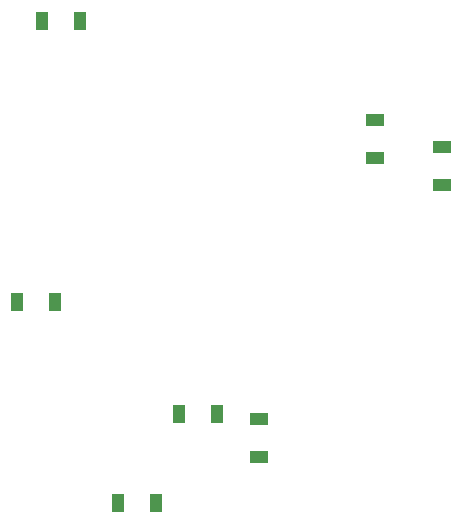
<source format=gbr>
%TF.GenerationSoftware,Altium Limited,Altium Designer,25.1.2 (22)*%
G04 Layer_Color=8421504*
%FSLAX25Y25*%
%MOIN*%
%TF.SameCoordinates,C6B27E67-7A8A-4C38-9DB9-D7D7B609FA95*%
%TF.FilePolarity,Positive*%
%TF.FileFunction,Paste,Top*%
%TF.Part,Single*%
G01*
G75*
%TA.AperFunction,SMDPad,CuDef*%
%ADD10R,0.05906X0.03937*%
%ADD11R,0.03937X0.05906*%
D10*
X240945Y47638D02*
D03*
Y60236D02*
D03*
X301969Y138189D02*
D03*
Y150787D02*
D03*
X279528Y147244D02*
D03*
Y159843D02*
D03*
D11*
X214173Y61811D02*
D03*
X226772D02*
D03*
X206693Y32283D02*
D03*
X194095D02*
D03*
X172835Y99213D02*
D03*
X160236D02*
D03*
X181102Y192913D02*
D03*
X168504D02*
D03*
%TF.MD5,4afdad7d2fecc5b4b82860329bc8548e*%
M02*

</source>
